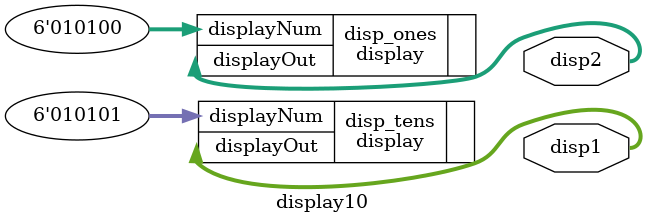
<source format=sv>
module display10(
    output logic [6:0] disp1, // left (shows '1')
    output logic [6:0] disp2  // right (shows '0')
);

    // disp1 will show the digit '1' (6'd20) and disp2 will show '0' (6'd21).
    display disp_tens(.displayNum(6'd21), .displayOut(disp1));
    display disp_ones(.displayNum(6'd20), .displayOut(disp2));

endmodule

</source>
